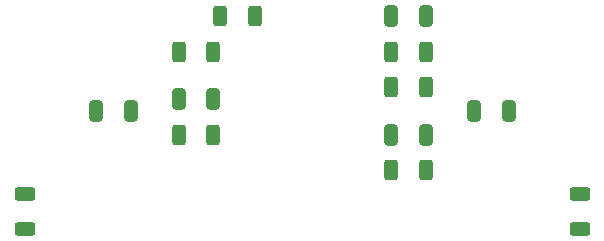
<source format=gtp>
G04 #@! TF.GenerationSoftware,KiCad,Pcbnew,8.0.6-8.0.6-0~ubuntu24.04.1*
G04 #@! TF.CreationDate,2024-10-30T20:02:34+09:00*
G04 #@! TF.ProjectId,zatopos-ear-mic,7a61746f-706f-4732-9d65-61722d6d6963,rev?*
G04 #@! TF.SameCoordinates,Original*
G04 #@! TF.FileFunction,Paste,Top*
G04 #@! TF.FilePolarity,Positive*
%FSLAX46Y46*%
G04 Gerber Fmt 4.6, Leading zero omitted, Abs format (unit mm)*
G04 Created by KiCad (PCBNEW 8.0.6-8.0.6-0~ubuntu24.04.1) date 2024-10-30 20:02:34*
%MOMM*%
%LPD*%
G01*
G04 APERTURE LIST*
G04 Aperture macros list*
%AMRoundRect*
0 Rectangle with rounded corners*
0 $1 Rounding radius*
0 $2 $3 $4 $5 $6 $7 $8 $9 X,Y pos of 4 corners*
0 Add a 4 corners polygon primitive as box body*
4,1,4,$2,$3,$4,$5,$6,$7,$8,$9,$2,$3,0*
0 Add four circle primitives for the rounded corners*
1,1,$1+$1,$2,$3*
1,1,$1+$1,$4,$5*
1,1,$1+$1,$6,$7*
1,1,$1+$1,$8,$9*
0 Add four rect primitives between the rounded corners*
20,1,$1+$1,$2,$3,$4,$5,0*
20,1,$1+$1,$4,$5,$6,$7,0*
20,1,$1+$1,$6,$7,$8,$9,0*
20,1,$1+$1,$8,$9,$2,$3,0*%
G04 Aperture macros list end*
%ADD10RoundRect,0.250000X0.312500X0.625000X-0.312500X0.625000X-0.312500X-0.625000X0.312500X-0.625000X0*%
%ADD11RoundRect,0.250000X-0.312500X-0.625000X0.312500X-0.625000X0.312500X0.625000X-0.312500X0.625000X0*%
%ADD12RoundRect,0.250000X-0.625000X0.312500X-0.625000X-0.312500X0.625000X-0.312500X0.625000X0.312500X0*%
%ADD13RoundRect,0.250000X-0.325000X-0.650000X0.325000X-0.650000X0.325000X0.650000X-0.325000X0.650000X0*%
%ADD14RoundRect,0.250000X0.625000X-0.312500X0.625000X0.312500X-0.625000X0.312500X-0.625000X-0.312500X0*%
%ADD15RoundRect,0.250000X0.325000X0.650000X-0.325000X0.650000X-0.325000X-0.650000X0.325000X-0.650000X0*%
G04 APERTURE END LIST*
D10*
X142462500Y-86500000D03*
X139537500Y-86500000D03*
D11*
X143037500Y-83500000D03*
X145962500Y-83500000D03*
D12*
X173500000Y-98537500D03*
X173500000Y-101462500D03*
D13*
X157525000Y-93500000D03*
X160475000Y-93500000D03*
D10*
X142462500Y-93500000D03*
X139537500Y-93500000D03*
D11*
X157537500Y-86500000D03*
X160462500Y-86500000D03*
D14*
X126500000Y-101462500D03*
X126500000Y-98537500D03*
D10*
X160462500Y-96500000D03*
X157537500Y-96500000D03*
X160462500Y-89500000D03*
X157537500Y-89500000D03*
D13*
X157525000Y-83500000D03*
X160475000Y-83500000D03*
X164525000Y-91500000D03*
X167475000Y-91500000D03*
D15*
X142475000Y-90500000D03*
X139525000Y-90500000D03*
X135475000Y-91500000D03*
X132525000Y-91500000D03*
M02*

</source>
